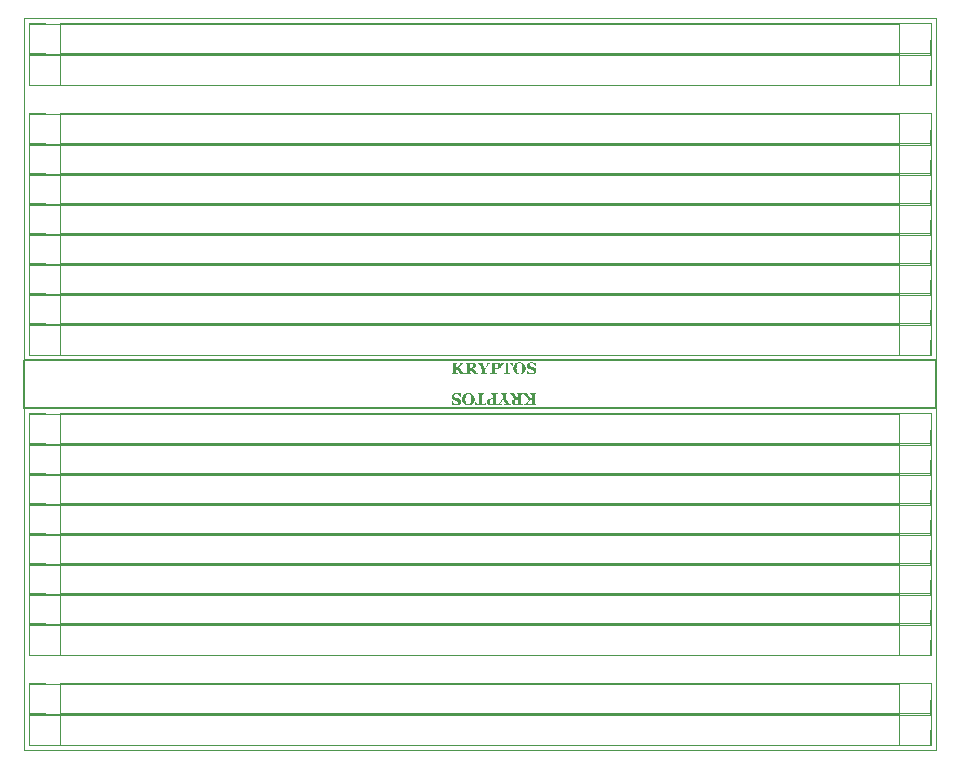
<source format=gbr>
%TF.GenerationSoftware,KiCad,Pcbnew,8.0.1*%
%TF.CreationDate,2024-04-20T18:08:00+02:00*%
%TF.ProjectId,proto_board_V3,70726f74-6f5f-4626-9f61-72645f56332e,rev?*%
%TF.SameCoordinates,Original*%
%TF.FileFunction,Legend,Top*%
%TF.FilePolarity,Positive*%
%FSLAX46Y46*%
G04 Gerber Fmt 4.6, Leading zero omitted, Abs format (unit mm)*
G04 Created by KiCad (PCBNEW 8.0.1) date 2024-04-20 18:08:00*
%MOMM*%
%LPD*%
G01*
G04 APERTURE LIST*
%ADD10C,0.250000*%
%ADD11C,0.100000*%
%ADD12C,0.200000*%
%ADD13C,0.120000*%
G04 APERTURE END LIST*
D10*
G36*
X88847362Y-79450000D02*
G01*
X89233510Y-79450000D01*
X89265607Y-79498380D01*
X89296501Y-79543686D01*
X89326194Y-79585918D01*
X89359316Y-79631303D01*
X89390802Y-79672505D01*
X89423340Y-79713800D01*
X89454206Y-79752674D01*
X89487820Y-79794760D01*
X89524182Y-79840058D01*
X89556582Y-79880259D01*
X89570076Y-79896964D01*
X89605736Y-79896964D01*
X89605736Y-79592637D01*
X89596943Y-79550872D01*
X89561284Y-79522295D01*
X89524403Y-79511304D01*
X89476043Y-79503244D01*
X89476043Y-79450000D01*
X89994082Y-79450000D01*
X89994082Y-79503244D01*
X89943676Y-79507230D01*
X89941570Y-79507397D01*
X89893698Y-79515457D01*
X89859504Y-79542079D01*
X89849734Y-79585310D01*
X89849734Y-80272365D01*
X89858039Y-80312665D01*
X89893698Y-80341974D01*
X89941483Y-80356829D01*
X89945233Y-80357606D01*
X89994082Y-80365910D01*
X89994082Y-80419155D01*
X89458946Y-80419155D01*
X89458946Y-80365910D01*
X89508139Y-80360291D01*
X89509993Y-80360048D01*
X89558564Y-80350174D01*
X89561284Y-80349302D01*
X89596943Y-80321214D01*
X89605736Y-80278715D01*
X89605736Y-79950209D01*
X89576915Y-79950209D01*
X89538034Y-79986130D01*
X89499032Y-80022843D01*
X89460952Y-80059188D01*
X89452107Y-80067690D01*
X89414422Y-80104344D01*
X89378578Y-80140494D01*
X89343939Y-80177514D01*
X89341465Y-80180286D01*
X89307147Y-80219402D01*
X89275519Y-80257817D01*
X89260865Y-80277250D01*
X89237503Y-80321780D01*
X89234975Y-80339043D01*
X89259644Y-80356873D01*
X89308605Y-80364109D01*
X89335115Y-80365910D01*
X89335115Y-80419155D01*
X88911353Y-80419155D01*
X88911353Y-80365910D01*
X88961332Y-80358873D01*
X89009206Y-80348169D01*
X89040558Y-80338066D01*
X89086105Y-80316087D01*
X89128064Y-80286553D01*
X89144117Y-80272854D01*
X89183442Y-80237386D01*
X89222377Y-80201151D01*
X89259421Y-80165148D01*
X89265505Y-80159036D01*
X89301482Y-80122753D01*
X89339797Y-80084209D01*
X89374297Y-80049561D01*
X89388115Y-80035694D01*
X89353479Y-79993516D01*
X89320442Y-79952929D01*
X89284857Y-79908906D01*
X89252328Y-79868437D01*
X89229602Y-79840055D01*
X89194823Y-79796930D01*
X89160096Y-79754200D01*
X89125420Y-79711865D01*
X89090795Y-79669925D01*
X89056223Y-79628380D01*
X89044710Y-79614619D01*
X89011095Y-79578806D01*
X88991221Y-79560886D01*
X88950882Y-79532741D01*
X88924298Y-79519609D01*
X88885219Y-79507885D01*
X88847362Y-79503244D01*
X88847362Y-79450000D01*
G37*
G36*
X88133633Y-79494704D02*
G01*
X88161537Y-79536462D01*
X88192913Y-79582684D01*
X88221987Y-79624665D01*
X88252999Y-79668280D01*
X88265331Y-79685205D01*
X88294930Y-79724864D01*
X88327521Y-79767117D01*
X88363104Y-79811965D01*
X88395986Y-79852471D01*
X88425066Y-79887683D01*
X88462679Y-79887683D01*
X88462679Y-79592882D01*
X88453642Y-79551116D01*
X88418227Y-79522295D01*
X88377194Y-79511060D01*
X88329567Y-79503244D01*
X88329567Y-79450000D01*
X88849560Y-79450000D01*
X88849560Y-79503244D01*
X88799066Y-79508635D01*
X88797048Y-79508862D01*
X88750642Y-79518387D01*
X88715715Y-79545743D01*
X88706678Y-79588729D01*
X88706678Y-80272365D01*
X88714249Y-80313398D01*
X88750642Y-80341974D01*
X88798941Y-80356099D01*
X88802665Y-80356873D01*
X88849560Y-80365910D01*
X88849560Y-80419155D01*
X88302700Y-80419155D01*
X88247538Y-80417760D01*
X88196693Y-80413574D01*
X88141378Y-80404867D01*
X88092279Y-80392141D01*
X88042855Y-80372216D01*
X88024263Y-80362002D01*
X87982589Y-80329869D01*
X87952822Y-80290378D01*
X87934962Y-80243529D01*
X87929009Y-80189323D01*
X87930690Y-80169783D01*
X88198408Y-80169783D01*
X88202736Y-80220309D01*
X88219780Y-80270781D01*
X88253119Y-80311688D01*
X88296048Y-80337275D01*
X88344591Y-80351319D01*
X88396030Y-80356453D01*
X88408457Y-80356629D01*
X88462679Y-80356629D01*
X88462679Y-79950209D01*
X88410655Y-79950209D01*
X88357390Y-79954363D01*
X88306681Y-79968721D01*
X88261205Y-79996362D01*
X88254096Y-80002721D01*
X88222391Y-80046264D01*
X88206239Y-80092709D01*
X88199279Y-80142168D01*
X88198408Y-80169783D01*
X87930690Y-80169783D01*
X87933665Y-80135201D01*
X87947633Y-80087416D01*
X87974075Y-80041754D01*
X87987871Y-80025680D01*
X88025713Y-79993046D01*
X88067524Y-79967607D01*
X88117029Y-79945526D01*
X88166657Y-79928960D01*
X88135998Y-79889547D01*
X88105835Y-79850894D01*
X88073238Y-79809227D01*
X88057969Y-79789741D01*
X88026507Y-79749960D01*
X87994405Y-79709752D01*
X87961661Y-79669116D01*
X87928276Y-79628053D01*
X87895704Y-79590099D01*
X87870390Y-79562840D01*
X87833686Y-79530369D01*
X87805422Y-79515457D01*
X87765366Y-79507397D01*
X87730439Y-79503244D01*
X87730439Y-79450000D01*
X88104131Y-79450000D01*
X88133633Y-79494704D01*
G37*
G36*
X86704863Y-80365910D02*
G01*
X86750293Y-80356873D01*
X86789371Y-80340020D01*
X86829992Y-80310253D01*
X86841884Y-80298011D01*
X86872990Y-80259977D01*
X86886824Y-80240858D01*
X86915189Y-80199284D01*
X86944412Y-80155468D01*
X86971447Y-80114117D01*
X86980614Y-80099930D01*
X87008905Y-80055848D01*
X87035187Y-80014621D01*
X87062539Y-79971470D01*
X87087348Y-79932135D01*
X87113270Y-79889497D01*
X87133754Y-79842986D01*
X87140666Y-79793716D01*
X87142294Y-79740253D01*
X87142302Y-79735519D01*
X87142302Y-79598255D01*
X87133021Y-79555024D01*
X87097850Y-79524982D01*
X87048269Y-79512526D01*
X86999972Y-79504017D01*
X86992581Y-79503244D01*
X86992581Y-79450000D01*
X87536022Y-79450000D01*
X87536022Y-79503244D01*
X87485246Y-79508139D01*
X87480823Y-79508618D01*
X87432151Y-79517691D01*
X87430265Y-79518387D01*
X87395582Y-79547208D01*
X87386301Y-79591416D01*
X87386301Y-79762142D01*
X87387034Y-79801709D01*
X87391674Y-79830530D01*
X87408283Y-79863503D01*
X87432935Y-79906058D01*
X87438569Y-79915771D01*
X87464749Y-79961322D01*
X87490532Y-80005652D01*
X87515918Y-80048761D01*
X87540907Y-80090648D01*
X87568292Y-80136293D01*
X87594943Y-80180353D01*
X87620859Y-80222829D01*
X87634940Y-80245743D01*
X87664345Y-80286940D01*
X87682079Y-80306071D01*
X87721223Y-80337735D01*
X87730439Y-80343440D01*
X87775380Y-80359071D01*
X87823251Y-80365910D01*
X87823251Y-80419155D01*
X87264668Y-80419155D01*
X87264668Y-80365910D01*
X87315329Y-80363517D01*
X87364917Y-80356451D01*
X87368471Y-80355408D01*
X87395094Y-80331716D01*
X87385324Y-80301674D01*
X87362980Y-80256629D01*
X87349909Y-80232065D01*
X87325278Y-80186765D01*
X87300154Y-80142185D01*
X87281521Y-80109699D01*
X87254793Y-80063885D01*
X87228601Y-80019593D01*
X87200120Y-79971943D01*
X87173321Y-79927494D01*
X87141989Y-79976969D01*
X87113207Y-80022566D01*
X87086974Y-80064286D01*
X87057767Y-80110983D01*
X87027977Y-80159022D01*
X87000472Y-80204042D01*
X86994047Y-80214724D01*
X86968287Y-80259532D01*
X86946916Y-80305526D01*
X86945198Y-80314619D01*
X86973775Y-80350034D01*
X87023234Y-80362075D01*
X87066099Y-80365910D01*
X87066099Y-80419155D01*
X86704863Y-80419155D01*
X86704863Y-80365910D01*
G37*
G36*
X86709993Y-79503244D02*
G01*
X86661063Y-79508411D01*
X86656992Y-79508862D01*
X86611074Y-79518387D01*
X86575659Y-79544766D01*
X86567110Y-79588729D01*
X86567110Y-80272365D01*
X86575415Y-80313642D01*
X86611074Y-80342707D01*
X86658415Y-80356532D01*
X86662365Y-80357362D01*
X86709993Y-80365910D01*
X86709993Y-80419155D01*
X86172170Y-80419155D01*
X86115431Y-80417706D01*
X86063367Y-80413359D01*
X86007062Y-80404317D01*
X85957488Y-80391102D01*
X85908160Y-80370411D01*
X85889825Y-80359804D01*
X85848899Y-80326328D01*
X85819666Y-80285005D01*
X85802127Y-80235836D01*
X85796371Y-80186376D01*
X85796280Y-80178820D01*
X85798987Y-80143161D01*
X86064214Y-80143161D01*
X86066993Y-80193887D01*
X86076760Y-80242597D01*
X86098248Y-80290115D01*
X86108667Y-80304117D01*
X86151543Y-80336116D01*
X86202123Y-80351501D01*
X86252307Y-80356424D01*
X86266203Y-80356629D01*
X86323112Y-80356629D01*
X86323112Y-79934577D01*
X86294291Y-79934577D01*
X86241367Y-79937768D01*
X86189892Y-79948984D01*
X86142713Y-79970918D01*
X86123077Y-79985624D01*
X86089564Y-80027380D01*
X86071170Y-80076610D01*
X86064444Y-80130095D01*
X86064214Y-80143161D01*
X85798987Y-80143161D01*
X85800321Y-80125588D01*
X85812442Y-80077724D01*
X85830474Y-80038869D01*
X85859543Y-79998145D01*
X85895824Y-79963535D01*
X85924019Y-79943859D01*
X85968719Y-79920285D01*
X86017517Y-79901617D01*
X86065436Y-79888904D01*
X86116827Y-79880017D01*
X86166383Y-79874833D01*
X86219068Y-79872314D01*
X86243489Y-79872051D01*
X86323112Y-79872051D01*
X86323112Y-79596057D01*
X86314075Y-79552581D01*
X86278660Y-79523272D01*
X86233963Y-79511304D01*
X86184390Y-79503505D01*
X86181695Y-79503244D01*
X86181695Y-79450000D01*
X86709993Y-79450000D01*
X86709993Y-79503244D01*
G37*
G36*
X84822972Y-80137787D02*
G01*
X84875973Y-80137787D01*
X84895551Y-80186136D01*
X84919893Y-80232688D01*
X84944361Y-80272365D01*
X84975764Y-80313911D01*
X85015889Y-80345357D01*
X85031067Y-80349790D01*
X85081514Y-80354184D01*
X85085533Y-80354431D01*
X85135035Y-80356595D01*
X85140976Y-80356629D01*
X85173461Y-80356629D01*
X85173461Y-79598011D01*
X85164424Y-79554535D01*
X85129497Y-79524982D01*
X85080404Y-79512281D01*
X85031067Y-79504173D01*
X85023496Y-79503244D01*
X85023496Y-79450000D01*
X85566936Y-79450000D01*
X85566936Y-79503244D01*
X85517638Y-79508190D01*
X85511004Y-79508862D01*
X85462743Y-79517809D01*
X85461912Y-79518143D01*
X85426252Y-79547452D01*
X85417215Y-79591172D01*
X85417215Y-80356629D01*
X85449455Y-80356629D01*
X85499175Y-80354824D01*
X85505143Y-80354431D01*
X85555153Y-80350287D01*
X85559364Y-80349790D01*
X85603732Y-80325141D01*
X85637541Y-80285247D01*
X85646315Y-80272365D01*
X85673248Y-80228368D01*
X85697035Y-80182010D01*
X85714703Y-80137787D01*
X85767459Y-80137787D01*
X85767459Y-80419155D01*
X84822972Y-80419155D01*
X84822972Y-80137787D01*
G37*
G36*
X84299316Y-79420935D02*
G01*
X84350362Y-79427529D01*
X84399944Y-79438520D01*
X84448060Y-79453907D01*
X84494038Y-79473477D01*
X84537208Y-79497016D01*
X84582417Y-79528242D01*
X84615122Y-79556001D01*
X84652920Y-79595042D01*
X84686082Y-79638527D01*
X84711666Y-79680911D01*
X84728450Y-79715003D01*
X84746723Y-79763226D01*
X84759774Y-79814105D01*
X84767605Y-79867640D01*
X84770175Y-79916661D01*
X84770216Y-79923831D01*
X84768264Y-79975222D01*
X84762409Y-80024462D01*
X84750937Y-80078104D01*
X84734367Y-80128937D01*
X84729427Y-80141207D01*
X84707110Y-80188300D01*
X84680945Y-80231882D01*
X84650934Y-80271953D01*
X84617076Y-80308513D01*
X84580012Y-80340631D01*
X84539651Y-80368841D01*
X84495992Y-80393143D01*
X84449036Y-80413538D01*
X84399638Y-80429673D01*
X84348653Y-80441198D01*
X84296079Y-80448113D01*
X84241919Y-80450418D01*
X84188170Y-80448174D01*
X84136100Y-80441442D01*
X84085710Y-80430222D01*
X84036999Y-80414515D01*
X83990730Y-80394899D01*
X83947667Y-80371711D01*
X83903053Y-80341355D01*
X83871158Y-80314619D01*
X83836888Y-80279799D01*
X83806372Y-80241530D01*
X83779613Y-80199810D01*
X83756608Y-80154640D01*
X83738122Y-80106219D01*
X83724918Y-80054501D01*
X83716995Y-79999485D01*
X83714395Y-79948641D01*
X83714354Y-79941172D01*
X83714561Y-79936287D01*
X83989127Y-79936287D01*
X83990320Y-79989109D01*
X83993898Y-80041025D01*
X83999861Y-80092035D01*
X84001339Y-80102128D01*
X84010465Y-80150786D01*
X84024305Y-80200342D01*
X84042128Y-80245743D01*
X84067006Y-80289351D01*
X84100082Y-80328765D01*
X84120530Y-80346615D01*
X84164012Y-80371284D01*
X84215474Y-80383377D01*
X84241919Y-80384717D01*
X84293540Y-80379037D01*
X84339412Y-80361997D01*
X84379533Y-80333596D01*
X84413904Y-80293836D01*
X84430963Y-80266015D01*
X84452876Y-80218058D01*
X84470255Y-80163215D01*
X84481275Y-80112252D01*
X84489146Y-80056507D01*
X84493868Y-79995979D01*
X84495380Y-79944114D01*
X84495443Y-79930669D01*
X84494341Y-79879804D01*
X84491038Y-79830523D01*
X84484784Y-79777625D01*
X84481521Y-79757013D01*
X84471093Y-79708054D01*
X84455985Y-79658884D01*
X84437069Y-79614619D01*
X84411652Y-79572155D01*
X84378846Y-79534912D01*
X84358911Y-79518632D01*
X84313196Y-79495257D01*
X84263129Y-79485273D01*
X84241919Y-79484438D01*
X84189935Y-79490121D01*
X84141075Y-79508955D01*
X84125415Y-79518876D01*
X84086506Y-79554132D01*
X84057241Y-79595660D01*
X84047745Y-79613886D01*
X84028469Y-79659143D01*
X84013291Y-79708266D01*
X84003049Y-79756280D01*
X83995707Y-79808072D01*
X83991425Y-79858151D01*
X83989345Y-79911515D01*
X83989127Y-79936287D01*
X83714561Y-79936287D01*
X83716598Y-79888339D01*
X83723330Y-79836819D01*
X83734550Y-79786612D01*
X83750258Y-79737718D01*
X83770072Y-79691159D01*
X83793855Y-79647958D01*
X83825355Y-79603372D01*
X83853328Y-79571632D01*
X83890178Y-79537484D01*
X83930143Y-79507336D01*
X83973221Y-79481186D01*
X84019413Y-79459036D01*
X84069437Y-79441405D01*
X84124010Y-79428811D01*
X84175493Y-79421924D01*
X84230459Y-79418894D01*
X84246803Y-79418736D01*
X84299316Y-79420935D01*
G37*
G36*
X83215854Y-79418736D02*
G01*
X83265191Y-79420533D01*
X83317789Y-79426744D01*
X83368050Y-79437392D01*
X83382672Y-79441451D01*
X83432934Y-79458077D01*
X83481380Y-79478519D01*
X83513342Y-79495429D01*
X83560725Y-79450000D01*
X83619099Y-79450000D01*
X83628136Y-79793893D01*
X83569030Y-79793893D01*
X83548014Y-79746635D01*
X83523944Y-79700299D01*
X83518227Y-79690090D01*
X83491452Y-79647573D01*
X83461533Y-79608925D01*
X83446664Y-79592393D01*
X83411077Y-79558462D01*
X83369055Y-79528141D01*
X83353119Y-79518876D01*
X83304279Y-79499508D01*
X83252983Y-79491236D01*
X83231730Y-79490544D01*
X83182687Y-79494118D01*
X83132087Y-79508194D01*
X83088604Y-79535729D01*
X83056344Y-79576510D01*
X83040530Y-79625030D01*
X83038778Y-79650034D01*
X83048063Y-79699644D01*
X83075916Y-79741311D01*
X83081032Y-79746266D01*
X83123023Y-79776244D01*
X83170517Y-79798839D01*
X83211946Y-79813677D01*
X83260606Y-79829405D01*
X83308799Y-79845115D01*
X83317948Y-79848115D01*
X83364904Y-79864174D01*
X83409050Y-79880600D01*
X83454999Y-79902368D01*
X83499173Y-79931893D01*
X83535387Y-79966751D01*
X83555108Y-79992951D01*
X83580224Y-80040312D01*
X83596037Y-80091106D01*
X83602316Y-80139758D01*
X83602735Y-80156594D01*
X83598013Y-80205761D01*
X83583848Y-80253246D01*
X83578066Y-80266503D01*
X83551967Y-80310655D01*
X83520029Y-80348053D01*
X83505771Y-80361514D01*
X83464825Y-80391045D01*
X83419516Y-80414012D01*
X83389755Y-80425505D01*
X83339616Y-80439689D01*
X83286591Y-80447985D01*
X83235882Y-80450418D01*
X83186228Y-80448319D01*
X83133976Y-80441162D01*
X83084207Y-80428925D01*
X83035344Y-80412919D01*
X82989102Y-80394073D01*
X82972833Y-80385938D01*
X82930823Y-80419155D01*
X82871228Y-80419155D01*
X82865610Y-80090893D01*
X82924717Y-80090893D01*
X82944071Y-80138804D01*
X82964555Y-80184131D01*
X82973077Y-80201779D01*
X82996224Y-80244833D01*
X83024234Y-80286596D01*
X83031939Y-80296301D01*
X83068210Y-80332510D01*
X83109609Y-80360537D01*
X83157297Y-80378672D01*
X83208771Y-80384693D01*
X83212435Y-80384717D01*
X83264310Y-80378638D01*
X83311903Y-80358331D01*
X83333824Y-80341486D01*
X83364186Y-80303173D01*
X83379573Y-80254340D01*
X83380718Y-80234996D01*
X83371756Y-80184710D01*
X83344869Y-80143763D01*
X83339930Y-80139009D01*
X83299211Y-80110296D01*
X83252918Y-80088267D01*
X83212435Y-80073551D01*
X83164378Y-80057294D01*
X83115463Y-80041037D01*
X83108876Y-80038869D01*
X83061764Y-80023109D01*
X83014598Y-80005896D01*
X82967872Y-79984754D01*
X82922420Y-79956553D01*
X82884504Y-79923677D01*
X82863412Y-79899162D01*
X82835978Y-79853529D01*
X82819974Y-79806993D01*
X82812201Y-79755280D01*
X82811388Y-79730635D01*
X82816266Y-79679723D01*
X82830898Y-79630183D01*
X82840942Y-79607780D01*
X82868340Y-79562863D01*
X82902510Y-79524557D01*
X82920565Y-79509106D01*
X82964219Y-79479316D01*
X83008521Y-79456957D01*
X83047815Y-79442184D01*
X83095185Y-79429819D01*
X83147230Y-79422034D01*
X83198067Y-79418942D01*
X83215854Y-79418736D01*
G37*
G36*
X83962637Y-77810000D02*
G01*
X83576489Y-77810000D01*
X83544392Y-77761619D01*
X83513498Y-77716313D01*
X83483805Y-77674081D01*
X83450683Y-77628696D01*
X83419197Y-77587494D01*
X83386659Y-77546199D01*
X83355793Y-77507325D01*
X83322179Y-77465239D01*
X83285817Y-77419941D01*
X83253417Y-77379740D01*
X83239923Y-77363035D01*
X83204263Y-77363035D01*
X83204263Y-77667362D01*
X83213056Y-77709127D01*
X83248715Y-77737704D01*
X83285596Y-77748695D01*
X83333956Y-77756755D01*
X83333956Y-77810000D01*
X82815917Y-77810000D01*
X82815917Y-77756755D01*
X82866323Y-77752769D01*
X82868429Y-77752602D01*
X82916301Y-77744542D01*
X82950495Y-77717920D01*
X82960265Y-77674689D01*
X82960265Y-76987634D01*
X82951960Y-76947334D01*
X82916301Y-76918025D01*
X82868516Y-76903170D01*
X82864766Y-76902393D01*
X82815917Y-76894089D01*
X82815917Y-76840844D01*
X83351053Y-76840844D01*
X83351053Y-76894089D01*
X83301860Y-76899708D01*
X83300006Y-76899951D01*
X83251435Y-76909825D01*
X83248715Y-76910697D01*
X83213056Y-76938785D01*
X83204263Y-76981284D01*
X83204263Y-77309790D01*
X83233084Y-77309790D01*
X83271965Y-77273869D01*
X83310967Y-77237156D01*
X83349047Y-77200811D01*
X83357892Y-77192309D01*
X83395577Y-77155655D01*
X83431421Y-77119505D01*
X83466060Y-77082485D01*
X83468534Y-77079713D01*
X83502852Y-77040597D01*
X83534480Y-77002182D01*
X83549134Y-76982749D01*
X83572496Y-76938219D01*
X83575024Y-76920956D01*
X83550355Y-76903126D01*
X83501394Y-76895890D01*
X83474884Y-76894089D01*
X83474884Y-76840844D01*
X83898646Y-76840844D01*
X83898646Y-76894089D01*
X83848667Y-76901126D01*
X83800793Y-76911830D01*
X83769441Y-76921933D01*
X83723894Y-76943912D01*
X83681935Y-76973446D01*
X83665882Y-76987145D01*
X83626557Y-77022613D01*
X83587622Y-77058848D01*
X83550578Y-77094851D01*
X83544494Y-77100963D01*
X83508517Y-77137246D01*
X83470202Y-77175790D01*
X83435702Y-77210438D01*
X83421884Y-77224305D01*
X83456520Y-77266483D01*
X83489557Y-77307070D01*
X83525142Y-77351093D01*
X83557671Y-77391562D01*
X83580397Y-77419944D01*
X83615176Y-77463069D01*
X83649903Y-77505799D01*
X83684579Y-77548134D01*
X83719204Y-77590074D01*
X83753776Y-77631619D01*
X83765289Y-77645380D01*
X83798904Y-77681193D01*
X83818778Y-77699113D01*
X83859117Y-77727258D01*
X83885701Y-77740390D01*
X83924780Y-77752114D01*
X83962637Y-77756755D01*
X83962637Y-77810000D01*
G37*
G36*
X84562461Y-76842239D02*
G01*
X84613306Y-76846425D01*
X84668621Y-76855132D01*
X84717720Y-76867858D01*
X84767144Y-76887783D01*
X84785736Y-76897997D01*
X84827410Y-76930130D01*
X84857177Y-76969621D01*
X84875037Y-77016470D01*
X84880990Y-77070676D01*
X84876334Y-77124798D01*
X84862366Y-77172583D01*
X84835924Y-77218245D01*
X84822128Y-77234319D01*
X84784286Y-77266953D01*
X84742475Y-77292392D01*
X84692970Y-77314473D01*
X84643342Y-77331039D01*
X84674001Y-77370452D01*
X84704164Y-77409105D01*
X84736761Y-77450772D01*
X84752030Y-77470258D01*
X84783492Y-77510039D01*
X84815594Y-77550247D01*
X84848338Y-77590883D01*
X84881723Y-77631946D01*
X84914295Y-77669900D01*
X84939609Y-77697159D01*
X84976313Y-77729630D01*
X85004577Y-77744542D01*
X85044633Y-77752602D01*
X85079560Y-77756755D01*
X85079560Y-77810000D01*
X84705868Y-77810000D01*
X84676366Y-77765295D01*
X84648462Y-77723537D01*
X84617086Y-77677315D01*
X84588012Y-77635334D01*
X84557000Y-77591719D01*
X84544668Y-77574794D01*
X84515069Y-77535135D01*
X84482478Y-77492882D01*
X84446895Y-77448034D01*
X84414013Y-77407528D01*
X84384933Y-77372316D01*
X84347320Y-77372316D01*
X84347320Y-77667117D01*
X84356357Y-77708883D01*
X84391772Y-77737704D01*
X84432805Y-77748939D01*
X84480432Y-77756755D01*
X84480432Y-77810000D01*
X83960439Y-77810000D01*
X83960439Y-77756755D01*
X84010933Y-77751364D01*
X84012951Y-77751137D01*
X84059357Y-77741612D01*
X84094284Y-77714256D01*
X84103321Y-77671270D01*
X84103321Y-76987634D01*
X84095750Y-76946601D01*
X84059357Y-76918025D01*
X84011058Y-76903900D01*
X84008508Y-76903370D01*
X84347320Y-76903370D01*
X84347320Y-77309790D01*
X84399344Y-77309790D01*
X84452609Y-77305636D01*
X84503318Y-77291278D01*
X84548794Y-77263637D01*
X84555903Y-77257278D01*
X84587608Y-77213735D01*
X84603760Y-77167290D01*
X84610720Y-77117831D01*
X84611591Y-77090216D01*
X84607263Y-77039690D01*
X84590219Y-76989218D01*
X84556880Y-76948311D01*
X84513951Y-76922724D01*
X84465408Y-76908680D01*
X84413969Y-76903546D01*
X84401542Y-76903370D01*
X84347320Y-76903370D01*
X84008508Y-76903370D01*
X84007334Y-76903126D01*
X83960439Y-76894089D01*
X83960439Y-76840844D01*
X84507299Y-76840844D01*
X84562461Y-76842239D01*
G37*
G36*
X86105136Y-76894089D02*
G01*
X86059706Y-76903126D01*
X86020628Y-76919979D01*
X85980007Y-76949746D01*
X85968115Y-76961988D01*
X85937009Y-77000022D01*
X85923175Y-77019141D01*
X85894810Y-77060715D01*
X85865587Y-77104531D01*
X85838552Y-77145882D01*
X85829385Y-77160069D01*
X85801094Y-77204151D01*
X85774812Y-77245378D01*
X85747460Y-77288529D01*
X85722651Y-77327864D01*
X85696729Y-77370502D01*
X85676245Y-77417013D01*
X85669333Y-77466283D01*
X85667705Y-77519746D01*
X85667697Y-77524480D01*
X85667697Y-77661744D01*
X85676978Y-77704975D01*
X85712149Y-77735017D01*
X85761730Y-77747473D01*
X85810027Y-77755982D01*
X85817418Y-77756755D01*
X85817418Y-77810000D01*
X85273977Y-77810000D01*
X85273977Y-77756755D01*
X85324753Y-77751860D01*
X85329176Y-77751381D01*
X85377848Y-77742308D01*
X85379734Y-77741612D01*
X85414417Y-77712791D01*
X85423698Y-77668583D01*
X85423698Y-77497857D01*
X85422965Y-77458290D01*
X85418325Y-77429469D01*
X85401716Y-77396496D01*
X85377064Y-77353941D01*
X85371430Y-77344228D01*
X85345250Y-77298677D01*
X85319467Y-77254347D01*
X85294081Y-77211238D01*
X85269092Y-77169351D01*
X85241707Y-77123706D01*
X85215056Y-77079646D01*
X85189140Y-77037170D01*
X85175059Y-77014256D01*
X85145654Y-76973059D01*
X85127920Y-76953928D01*
X85088776Y-76922264D01*
X85079560Y-76916559D01*
X85034619Y-76900928D01*
X84986748Y-76894089D01*
X84986748Y-76840844D01*
X85545331Y-76840844D01*
X85545331Y-76894089D01*
X85494670Y-76896482D01*
X85445082Y-76903548D01*
X85441528Y-76904591D01*
X85414905Y-76928283D01*
X85424675Y-76958325D01*
X85447019Y-77003370D01*
X85460090Y-77027934D01*
X85484721Y-77073234D01*
X85509845Y-77117814D01*
X85528478Y-77150300D01*
X85555206Y-77196114D01*
X85581398Y-77240406D01*
X85609879Y-77288056D01*
X85636678Y-77332505D01*
X85668010Y-77283030D01*
X85696792Y-77237433D01*
X85723025Y-77195713D01*
X85752232Y-77149016D01*
X85782022Y-77100977D01*
X85809527Y-77055957D01*
X85815952Y-77045275D01*
X85841712Y-77000467D01*
X85863083Y-76954473D01*
X85864801Y-76945380D01*
X85836224Y-76909965D01*
X85786765Y-76897924D01*
X85743900Y-76894089D01*
X85743900Y-76840844D01*
X86105136Y-76840844D01*
X86105136Y-76894089D01*
G37*
G36*
X86694568Y-76842293D02*
G01*
X86746632Y-76846640D01*
X86802937Y-76855682D01*
X86852511Y-76868897D01*
X86901839Y-76889588D01*
X86920174Y-76900195D01*
X86961100Y-76933671D01*
X86990333Y-76974994D01*
X87007872Y-77024163D01*
X87013628Y-77073623D01*
X87013719Y-77081179D01*
X87009678Y-77134411D01*
X86997557Y-77182275D01*
X86979525Y-77221130D01*
X86950456Y-77261854D01*
X86914175Y-77296464D01*
X86885980Y-77316140D01*
X86841280Y-77339714D01*
X86792482Y-77358382D01*
X86744563Y-77371095D01*
X86693172Y-77379982D01*
X86643616Y-77385166D01*
X86590931Y-77387685D01*
X86566510Y-77387948D01*
X86486887Y-77387948D01*
X86486887Y-77663942D01*
X86495924Y-77707418D01*
X86531339Y-77736727D01*
X86576036Y-77748695D01*
X86625609Y-77756494D01*
X86628304Y-77756755D01*
X86628304Y-77810000D01*
X86100006Y-77810000D01*
X86100006Y-77756755D01*
X86148936Y-77751588D01*
X86153007Y-77751137D01*
X86198925Y-77741612D01*
X86234340Y-77715233D01*
X86242889Y-77671270D01*
X86242889Y-76987634D01*
X86234584Y-76946357D01*
X86198925Y-76917292D01*
X86151584Y-76903467D01*
X86151122Y-76903370D01*
X86486887Y-76903370D01*
X86486887Y-77325422D01*
X86515708Y-77325422D01*
X86568632Y-77322231D01*
X86620107Y-77311015D01*
X86667286Y-77289081D01*
X86686922Y-77274375D01*
X86720435Y-77232619D01*
X86738829Y-77183389D01*
X86745555Y-77129904D01*
X86745785Y-77116838D01*
X86743006Y-77066112D01*
X86733239Y-77017402D01*
X86711751Y-76969884D01*
X86701332Y-76955882D01*
X86658456Y-76923883D01*
X86607876Y-76908498D01*
X86557692Y-76903575D01*
X86543796Y-76903370D01*
X86486887Y-76903370D01*
X86151122Y-76903370D01*
X86147634Y-76902637D01*
X86100006Y-76894089D01*
X86100006Y-76840844D01*
X86637829Y-76840844D01*
X86694568Y-76842293D01*
G37*
G36*
X87987027Y-77122212D02*
G01*
X87934026Y-77122212D01*
X87914448Y-77073863D01*
X87890106Y-77027311D01*
X87865638Y-76987634D01*
X87834235Y-76946088D01*
X87794110Y-76914642D01*
X87778932Y-76910209D01*
X87728485Y-76905815D01*
X87724466Y-76905568D01*
X87674964Y-76903404D01*
X87669023Y-76903370D01*
X87636538Y-76903370D01*
X87636538Y-77661988D01*
X87645575Y-77705464D01*
X87680502Y-77735017D01*
X87729595Y-77747718D01*
X87778932Y-77755826D01*
X87786503Y-77756755D01*
X87786503Y-77810000D01*
X87243063Y-77810000D01*
X87243063Y-77756755D01*
X87292361Y-77751809D01*
X87298995Y-77751137D01*
X87347256Y-77742190D01*
X87348087Y-77741856D01*
X87383747Y-77712547D01*
X87392784Y-77668827D01*
X87392784Y-76903370D01*
X87360544Y-76903370D01*
X87310824Y-76905175D01*
X87304856Y-76905568D01*
X87254846Y-76909712D01*
X87250635Y-76910209D01*
X87206267Y-76934858D01*
X87172458Y-76974752D01*
X87163684Y-76987634D01*
X87136751Y-77031631D01*
X87112964Y-77077989D01*
X87095296Y-77122212D01*
X87042540Y-77122212D01*
X87042540Y-76840844D01*
X87987027Y-76840844D01*
X87987027Y-77122212D01*
G37*
G36*
X88621829Y-76811825D02*
G01*
X88673899Y-76818557D01*
X88724289Y-76829777D01*
X88773000Y-76845484D01*
X88819269Y-76865100D01*
X88862332Y-76888288D01*
X88906946Y-76918644D01*
X88938841Y-76945380D01*
X88973111Y-76980200D01*
X89003627Y-77018469D01*
X89030386Y-77060189D01*
X89053391Y-77105359D01*
X89071877Y-77153780D01*
X89085081Y-77205498D01*
X89093004Y-77260514D01*
X89095604Y-77311358D01*
X89095645Y-77318827D01*
X89093401Y-77371660D01*
X89086669Y-77423180D01*
X89075449Y-77473387D01*
X89059741Y-77522281D01*
X89039927Y-77568840D01*
X89016144Y-77612041D01*
X88984644Y-77656627D01*
X88956671Y-77688367D01*
X88919821Y-77722515D01*
X88879856Y-77752663D01*
X88836778Y-77778813D01*
X88790586Y-77800963D01*
X88740562Y-77818594D01*
X88685989Y-77831188D01*
X88634506Y-77838075D01*
X88579540Y-77841105D01*
X88563196Y-77841263D01*
X88510683Y-77839064D01*
X88459637Y-77832470D01*
X88410055Y-77821479D01*
X88361939Y-77806092D01*
X88315961Y-77786522D01*
X88272791Y-77762983D01*
X88227582Y-77731757D01*
X88194877Y-77703998D01*
X88157079Y-77664957D01*
X88123917Y-77621472D01*
X88098333Y-77579088D01*
X88081549Y-77544996D01*
X88063276Y-77496773D01*
X88050225Y-77445894D01*
X88042394Y-77392359D01*
X88039824Y-77343338D01*
X88039783Y-77336168D01*
X88040043Y-77329330D01*
X88314556Y-77329330D01*
X88315658Y-77380195D01*
X88318961Y-77429476D01*
X88325215Y-77482374D01*
X88328478Y-77502986D01*
X88338906Y-77551945D01*
X88354014Y-77601115D01*
X88372930Y-77645380D01*
X88398347Y-77687844D01*
X88431153Y-77725087D01*
X88451088Y-77741367D01*
X88496803Y-77764742D01*
X88546870Y-77774726D01*
X88568080Y-77775561D01*
X88620064Y-77769878D01*
X88668924Y-77751044D01*
X88684584Y-77741123D01*
X88723493Y-77705867D01*
X88752758Y-77664339D01*
X88762254Y-77646113D01*
X88781530Y-77600856D01*
X88796708Y-77551733D01*
X88806950Y-77503719D01*
X88814292Y-77451927D01*
X88818574Y-77401848D01*
X88820654Y-77348484D01*
X88820872Y-77323712D01*
X88819679Y-77270890D01*
X88816101Y-77218974D01*
X88810138Y-77167964D01*
X88808660Y-77157871D01*
X88799534Y-77109213D01*
X88785694Y-77059657D01*
X88767871Y-77014256D01*
X88742993Y-76970648D01*
X88709917Y-76931234D01*
X88689469Y-76913384D01*
X88645987Y-76888715D01*
X88594525Y-76876622D01*
X88568080Y-76875282D01*
X88516459Y-76880962D01*
X88470587Y-76898002D01*
X88430466Y-76926403D01*
X88396095Y-76966163D01*
X88379036Y-76993984D01*
X88357123Y-77041941D01*
X88339744Y-77096784D01*
X88328724Y-77147747D01*
X88320853Y-77203492D01*
X88316131Y-77264020D01*
X88314619Y-77315885D01*
X88314556Y-77329330D01*
X88040043Y-77329330D01*
X88041735Y-77284777D01*
X88047590Y-77235537D01*
X88059062Y-77181895D01*
X88075632Y-77131062D01*
X88080572Y-77118792D01*
X88102889Y-77071699D01*
X88129054Y-77028117D01*
X88159065Y-76988046D01*
X88192923Y-76951486D01*
X88229987Y-76919368D01*
X88270348Y-76891158D01*
X88314007Y-76866856D01*
X88360963Y-76846461D01*
X88410361Y-76830326D01*
X88461346Y-76818801D01*
X88513920Y-76811886D01*
X88568080Y-76809581D01*
X88621829Y-76811825D01*
G37*
G36*
X89594145Y-77841263D02*
G01*
X89544808Y-77839466D01*
X89492210Y-77833255D01*
X89441949Y-77822607D01*
X89427327Y-77818548D01*
X89377065Y-77801922D01*
X89328619Y-77781480D01*
X89296657Y-77764570D01*
X89249274Y-77810000D01*
X89190900Y-77810000D01*
X89181863Y-77466106D01*
X89240969Y-77466106D01*
X89261985Y-77513364D01*
X89286055Y-77559700D01*
X89291772Y-77569909D01*
X89318547Y-77612426D01*
X89348466Y-77651074D01*
X89363335Y-77667606D01*
X89398922Y-77701537D01*
X89440944Y-77731858D01*
X89456880Y-77741123D01*
X89505720Y-77760491D01*
X89557016Y-77768763D01*
X89578269Y-77769455D01*
X89627312Y-77765881D01*
X89677912Y-77751805D01*
X89721395Y-77724270D01*
X89753655Y-77683489D01*
X89769469Y-77634969D01*
X89771221Y-77609965D01*
X89761936Y-77560355D01*
X89734083Y-77518688D01*
X89728967Y-77513733D01*
X89686976Y-77483755D01*
X89639482Y-77461160D01*
X89598053Y-77446322D01*
X89549393Y-77430594D01*
X89501200Y-77414884D01*
X89492051Y-77411884D01*
X89445095Y-77395825D01*
X89400949Y-77379399D01*
X89355000Y-77357631D01*
X89310826Y-77328106D01*
X89274612Y-77293248D01*
X89254891Y-77267048D01*
X89229775Y-77219687D01*
X89213962Y-77168893D01*
X89207683Y-77120241D01*
X89207264Y-77103405D01*
X89211986Y-77054238D01*
X89226151Y-77006753D01*
X89231933Y-76993496D01*
X89258032Y-76949344D01*
X89289970Y-76911946D01*
X89304228Y-76898485D01*
X89345174Y-76868954D01*
X89390483Y-76845987D01*
X89420244Y-76834494D01*
X89470383Y-76820310D01*
X89523408Y-76812014D01*
X89574117Y-76809581D01*
X89623771Y-76811680D01*
X89676023Y-76818837D01*
X89725792Y-76831074D01*
X89774655Y-76847080D01*
X89820897Y-76865926D01*
X89837166Y-76874061D01*
X89879176Y-76840844D01*
X89938771Y-76840844D01*
X89944389Y-77169106D01*
X89885282Y-77169106D01*
X89865928Y-77121195D01*
X89845444Y-77075868D01*
X89836922Y-77058220D01*
X89813775Y-77015166D01*
X89785765Y-76973403D01*
X89778060Y-76963698D01*
X89741789Y-76927489D01*
X89700390Y-76899462D01*
X89652702Y-76881327D01*
X89601228Y-76875306D01*
X89597564Y-76875282D01*
X89545689Y-76881361D01*
X89498096Y-76901668D01*
X89476175Y-76918513D01*
X89445813Y-76956826D01*
X89430426Y-77005659D01*
X89429281Y-77025003D01*
X89438243Y-77075289D01*
X89465130Y-77116236D01*
X89470069Y-77120990D01*
X89510788Y-77149703D01*
X89557081Y-77171732D01*
X89597564Y-77186448D01*
X89645621Y-77202705D01*
X89694536Y-77218962D01*
X89701123Y-77221130D01*
X89748235Y-77236890D01*
X89795401Y-77254103D01*
X89842127Y-77275245D01*
X89887579Y-77303446D01*
X89925495Y-77336322D01*
X89946587Y-77360837D01*
X89974021Y-77406470D01*
X89990025Y-77453006D01*
X89997798Y-77504719D01*
X89998611Y-77529364D01*
X89993733Y-77580276D01*
X89979101Y-77629816D01*
X89969057Y-77652219D01*
X89941659Y-77697136D01*
X89907489Y-77735442D01*
X89889434Y-77750893D01*
X89845780Y-77780683D01*
X89801478Y-77803042D01*
X89762184Y-77817815D01*
X89714814Y-77830180D01*
X89662769Y-77837965D01*
X89611932Y-77841057D01*
X89594145Y-77841263D01*
G37*
D11*
X46600000Y-47700000D02*
X123800000Y-47700000D01*
X123800000Y-109650000D01*
X46600000Y-109650000D01*
X46600000Y-47700000D01*
D12*
X46620000Y-76630000D02*
X123810000Y-76630000D01*
X123810000Y-80710000D01*
X46620000Y-80710000D01*
X46620000Y-76630000D01*
D13*
%TO.C,REF\u002A\u002A*%
X47010000Y-50700000D02*
X47010000Y-53360000D01*
X120730000Y-50700000D02*
X47010000Y-50700000D01*
X120730000Y-50700000D02*
X120730000Y-53360000D01*
X120730000Y-53360000D02*
X47010000Y-53360000D01*
X123330000Y-52030000D02*
X123330000Y-53360000D01*
X123330000Y-53360000D02*
X122000000Y-53360000D01*
X47020000Y-96420000D02*
X47020000Y-99080000D01*
X120740000Y-96420000D02*
X47020000Y-96420000D01*
X120740000Y-96420000D02*
X120740000Y-99080000D01*
X120740000Y-99080000D02*
X47020000Y-99080000D01*
X123340000Y-97750000D02*
X123340000Y-99080000D01*
X123340000Y-99080000D02*
X122010000Y-99080000D01*
X47010000Y-60860000D02*
X47010000Y-63520000D01*
X120730000Y-60860000D02*
X47010000Y-60860000D01*
X120730000Y-60860000D02*
X120730000Y-63520000D01*
X120730000Y-63520000D02*
X47010000Y-63520000D01*
X123330000Y-62190000D02*
X123330000Y-63520000D01*
X123330000Y-63520000D02*
X122000000Y-63520000D01*
X47010000Y-73560000D02*
X47010000Y-76220000D01*
X120730000Y-73560000D02*
X47010000Y-73560000D01*
X120730000Y-73560000D02*
X120730000Y-76220000D01*
X120730000Y-76220000D02*
X47010000Y-76220000D01*
X123330000Y-74890000D02*
X123330000Y-76220000D01*
X123330000Y-76220000D02*
X122000000Y-76220000D01*
X47010000Y-68480000D02*
X47010000Y-71140000D01*
X120730000Y-68480000D02*
X47010000Y-68480000D01*
X120730000Y-68480000D02*
X120730000Y-71140000D01*
X120730000Y-71140000D02*
X47010000Y-71140000D01*
X123330000Y-69810000D02*
X123330000Y-71140000D01*
X123330000Y-71140000D02*
X122000000Y-71140000D01*
X47010000Y-63400000D02*
X47010000Y-66060000D01*
X120730000Y-63400000D02*
X47010000Y-63400000D01*
X120730000Y-63400000D02*
X120730000Y-66060000D01*
X120730000Y-66060000D02*
X47010000Y-66060000D01*
X123330000Y-64730000D02*
X123330000Y-66060000D01*
X123330000Y-66060000D02*
X122000000Y-66060000D01*
X47020000Y-104040000D02*
X47020000Y-106700000D01*
X120740000Y-104040000D02*
X47020000Y-104040000D01*
X120740000Y-104040000D02*
X120740000Y-106700000D01*
X120740000Y-106700000D02*
X47020000Y-106700000D01*
X123340000Y-105370000D02*
X123340000Y-106700000D01*
X123340000Y-106700000D02*
X122010000Y-106700000D01*
X47070000Y-55730000D02*
X48400000Y-55730000D01*
X47070000Y-57060000D02*
X47070000Y-55730000D01*
X49670000Y-55730000D02*
X123390000Y-55730000D01*
X49670000Y-58390000D02*
X49670000Y-55730000D01*
X49670000Y-58390000D02*
X123390000Y-58390000D01*
X123390000Y-58390000D02*
X123390000Y-55730000D01*
X47080000Y-106530000D02*
X48410000Y-106530000D01*
X47080000Y-107860000D02*
X47080000Y-106530000D01*
X49680000Y-106530000D02*
X123400000Y-106530000D01*
X49680000Y-109190000D02*
X49680000Y-106530000D01*
X49680000Y-109190000D02*
X123400000Y-109190000D01*
X123400000Y-109190000D02*
X123400000Y-106530000D01*
X47080000Y-86210000D02*
X48410000Y-86210000D01*
X47080000Y-87540000D02*
X47080000Y-86210000D01*
X49680000Y-86210000D02*
X123400000Y-86210000D01*
X49680000Y-88870000D02*
X49680000Y-86210000D01*
X49680000Y-88870000D02*
X123400000Y-88870000D01*
X123400000Y-88870000D02*
X123400000Y-86210000D01*
X47080000Y-96370000D02*
X48410000Y-96370000D01*
X47080000Y-97700000D02*
X47080000Y-96370000D01*
X49680000Y-96370000D02*
X123400000Y-96370000D01*
X49680000Y-99030000D02*
X49680000Y-96370000D01*
X49680000Y-99030000D02*
X123400000Y-99030000D01*
X123400000Y-99030000D02*
X123400000Y-96370000D01*
X47070000Y-70970000D02*
X48400000Y-70970000D01*
X47070000Y-72300000D02*
X47070000Y-70970000D01*
X49670000Y-70970000D02*
X123390000Y-70970000D01*
X49670000Y-73630000D02*
X49670000Y-70970000D01*
X49670000Y-73630000D02*
X123390000Y-73630000D01*
X123390000Y-73630000D02*
X123390000Y-70970000D01*
X47080000Y-83670000D02*
X48410000Y-83670000D01*
X47080000Y-85000000D02*
X47080000Y-83670000D01*
X49680000Y-83670000D02*
X123400000Y-83670000D01*
X49680000Y-86330000D02*
X49680000Y-83670000D01*
X49680000Y-86330000D02*
X123400000Y-86330000D01*
X123400000Y-86330000D02*
X123400000Y-83670000D01*
X47080000Y-98910000D02*
X48410000Y-98910000D01*
X47080000Y-100240000D02*
X47080000Y-98910000D01*
X49680000Y-98910000D02*
X123400000Y-98910000D01*
X49680000Y-101570000D02*
X49680000Y-98910000D01*
X49680000Y-101570000D02*
X123400000Y-101570000D01*
X123400000Y-101570000D02*
X123400000Y-98910000D01*
X47020000Y-81180000D02*
X47020000Y-83840000D01*
X120740000Y-81180000D02*
X47020000Y-81180000D01*
X120740000Y-81180000D02*
X120740000Y-83840000D01*
X120740000Y-83840000D02*
X47020000Y-83840000D01*
X123340000Y-82510000D02*
X123340000Y-83840000D01*
X123340000Y-83840000D02*
X122010000Y-83840000D01*
X47020000Y-86260000D02*
X47020000Y-88920000D01*
X120740000Y-86260000D02*
X47020000Y-86260000D01*
X120740000Y-86260000D02*
X120740000Y-88920000D01*
X120740000Y-88920000D02*
X47020000Y-88920000D01*
X123340000Y-87590000D02*
X123340000Y-88920000D01*
X123340000Y-88920000D02*
X122010000Y-88920000D01*
X47080000Y-103990000D02*
X48410000Y-103990000D01*
X47080000Y-105320000D02*
X47080000Y-103990000D01*
X49680000Y-103990000D02*
X123400000Y-103990000D01*
X49680000Y-106650000D02*
X49680000Y-103990000D01*
X49680000Y-106650000D02*
X123400000Y-106650000D01*
X123400000Y-106650000D02*
X123400000Y-103990000D01*
X47070000Y-50650000D02*
X48400000Y-50650000D01*
X47070000Y-51980000D02*
X47070000Y-50650000D01*
X49670000Y-50650000D02*
X123390000Y-50650000D01*
X49670000Y-53310000D02*
X49670000Y-50650000D01*
X49670000Y-53310000D02*
X123390000Y-53310000D01*
X123390000Y-53310000D02*
X123390000Y-50650000D01*
X47020000Y-91340000D02*
X47020000Y-94000000D01*
X120740000Y-91340000D02*
X47020000Y-91340000D01*
X120740000Y-91340000D02*
X120740000Y-94000000D01*
X120740000Y-94000000D02*
X47020000Y-94000000D01*
X123340000Y-92670000D02*
X123340000Y-94000000D01*
X123340000Y-94000000D02*
X122010000Y-94000000D01*
X47080000Y-88750000D02*
X48410000Y-88750000D01*
X47080000Y-90080000D02*
X47080000Y-88750000D01*
X49680000Y-88750000D02*
X123400000Y-88750000D01*
X49680000Y-91410000D02*
X49680000Y-88750000D01*
X49680000Y-91410000D02*
X123400000Y-91410000D01*
X123400000Y-91410000D02*
X123400000Y-88750000D01*
X47020000Y-98960000D02*
X47020000Y-101620000D01*
X120740000Y-98960000D02*
X47020000Y-98960000D01*
X120740000Y-98960000D02*
X120740000Y-101620000D01*
X120740000Y-101620000D02*
X47020000Y-101620000D01*
X123340000Y-100290000D02*
X123340000Y-101620000D01*
X123340000Y-101620000D02*
X122010000Y-101620000D01*
X47070000Y-58270000D02*
X48400000Y-58270000D01*
X47070000Y-59600000D02*
X47070000Y-58270000D01*
X49670000Y-58270000D02*
X123390000Y-58270000D01*
X49670000Y-60930000D02*
X49670000Y-58270000D01*
X49670000Y-60930000D02*
X123390000Y-60930000D01*
X123390000Y-60930000D02*
X123390000Y-58270000D01*
X47070000Y-60810000D02*
X48400000Y-60810000D01*
X47070000Y-62140000D02*
X47070000Y-60810000D01*
X49670000Y-60810000D02*
X123390000Y-60810000D01*
X49670000Y-63470000D02*
X49670000Y-60810000D01*
X49670000Y-63470000D02*
X123390000Y-63470000D01*
X123390000Y-63470000D02*
X123390000Y-60810000D01*
X47010000Y-71020000D02*
X47010000Y-73680000D01*
X120730000Y-71020000D02*
X47010000Y-71020000D01*
X120730000Y-71020000D02*
X120730000Y-73680000D01*
X120730000Y-73680000D02*
X47010000Y-73680000D01*
X123330000Y-72350000D02*
X123330000Y-73680000D01*
X123330000Y-73680000D02*
X122000000Y-73680000D01*
X47080000Y-81130000D02*
X48410000Y-81130000D01*
X47080000Y-82460000D02*
X47080000Y-81130000D01*
X49680000Y-81130000D02*
X123400000Y-81130000D01*
X49680000Y-83790000D02*
X49680000Y-81130000D01*
X49680000Y-83790000D02*
X123400000Y-83790000D01*
X123400000Y-83790000D02*
X123400000Y-81130000D01*
X47070000Y-48110000D02*
X48400000Y-48110000D01*
X47070000Y-49440000D02*
X47070000Y-48110000D01*
X49670000Y-48110000D02*
X123390000Y-48110000D01*
X49670000Y-50770000D02*
X49670000Y-48110000D01*
X49670000Y-50770000D02*
X123390000Y-50770000D01*
X123390000Y-50770000D02*
X123390000Y-48110000D01*
X47070000Y-65890000D02*
X48400000Y-65890000D01*
X47070000Y-67220000D02*
X47070000Y-65890000D01*
X49670000Y-65890000D02*
X123390000Y-65890000D01*
X49670000Y-68550000D02*
X49670000Y-65890000D01*
X49670000Y-68550000D02*
X123390000Y-68550000D01*
X123390000Y-68550000D02*
X123390000Y-65890000D01*
X47080000Y-93830000D02*
X48410000Y-93830000D01*
X47080000Y-95160000D02*
X47080000Y-93830000D01*
X49680000Y-93830000D02*
X123400000Y-93830000D01*
X49680000Y-96490000D02*
X49680000Y-93830000D01*
X49680000Y-96490000D02*
X123400000Y-96490000D01*
X123400000Y-96490000D02*
X123400000Y-93830000D01*
X47070000Y-63350000D02*
X48400000Y-63350000D01*
X47070000Y-64680000D02*
X47070000Y-63350000D01*
X49670000Y-63350000D02*
X123390000Y-63350000D01*
X49670000Y-66010000D02*
X49670000Y-63350000D01*
X49670000Y-66010000D02*
X123390000Y-66010000D01*
X123390000Y-66010000D02*
X123390000Y-63350000D01*
X47070000Y-68430000D02*
X48400000Y-68430000D01*
X47070000Y-69760000D02*
X47070000Y-68430000D01*
X49670000Y-68430000D02*
X123390000Y-68430000D01*
X49670000Y-71090000D02*
X49670000Y-68430000D01*
X49670000Y-71090000D02*
X123390000Y-71090000D01*
X123390000Y-71090000D02*
X123390000Y-68430000D01*
X47020000Y-93880000D02*
X47020000Y-96540000D01*
X120740000Y-93880000D02*
X47020000Y-93880000D01*
X120740000Y-93880000D02*
X120740000Y-96540000D01*
X120740000Y-96540000D02*
X47020000Y-96540000D01*
X123340000Y-95210000D02*
X123340000Y-96540000D01*
X123340000Y-96540000D02*
X122010000Y-96540000D01*
X47080000Y-91290000D02*
X48410000Y-91290000D01*
X47080000Y-92620000D02*
X47080000Y-91290000D01*
X49680000Y-91290000D02*
X123400000Y-91290000D01*
X49680000Y-93950000D02*
X49680000Y-91290000D01*
X49680000Y-93950000D02*
X123400000Y-93950000D01*
X123400000Y-93950000D02*
X123400000Y-91290000D01*
X47010000Y-65940000D02*
X47010000Y-68600000D01*
X120730000Y-65940000D02*
X47010000Y-65940000D01*
X120730000Y-65940000D02*
X120730000Y-68600000D01*
X120730000Y-68600000D02*
X47010000Y-68600000D01*
X123330000Y-67270000D02*
X123330000Y-68600000D01*
X123330000Y-68600000D02*
X122000000Y-68600000D01*
X47010000Y-55780000D02*
X47010000Y-58440000D01*
X120730000Y-55780000D02*
X47010000Y-55780000D01*
X120730000Y-55780000D02*
X120730000Y-58440000D01*
X120730000Y-58440000D02*
X47010000Y-58440000D01*
X123330000Y-57110000D02*
X123330000Y-58440000D01*
X123330000Y-58440000D02*
X122000000Y-58440000D01*
X47010000Y-58320000D02*
X47010000Y-60980000D01*
X120730000Y-58320000D02*
X47010000Y-58320000D01*
X120730000Y-58320000D02*
X120730000Y-60980000D01*
X120730000Y-60980000D02*
X47010000Y-60980000D01*
X123330000Y-59650000D02*
X123330000Y-60980000D01*
X123330000Y-60980000D02*
X122000000Y-60980000D01*
X47020000Y-83720000D02*
X47020000Y-86380000D01*
X120740000Y-83720000D02*
X47020000Y-83720000D01*
X120740000Y-83720000D02*
X120740000Y-86380000D01*
X120740000Y-86380000D02*
X47020000Y-86380000D01*
X123340000Y-85050000D02*
X123340000Y-86380000D01*
X123340000Y-86380000D02*
X122010000Y-86380000D01*
X47070000Y-73510000D02*
X48400000Y-73510000D01*
X47070000Y-74840000D02*
X47070000Y-73510000D01*
X49670000Y-73510000D02*
X123390000Y-73510000D01*
X49670000Y-76170000D02*
X49670000Y-73510000D01*
X49670000Y-76170000D02*
X123390000Y-76170000D01*
X123390000Y-76170000D02*
X123390000Y-73510000D01*
X47010000Y-48160000D02*
X47010000Y-50820000D01*
X120730000Y-48160000D02*
X47010000Y-48160000D01*
X120730000Y-48160000D02*
X120730000Y-50820000D01*
X120730000Y-50820000D02*
X47010000Y-50820000D01*
X123330000Y-49490000D02*
X123330000Y-50820000D01*
X123330000Y-50820000D02*
X122000000Y-50820000D01*
X47020000Y-88800000D02*
X47020000Y-91460000D01*
X120740000Y-88800000D02*
X47020000Y-88800000D01*
X120740000Y-88800000D02*
X120740000Y-91460000D01*
X120740000Y-91460000D02*
X47020000Y-91460000D01*
X123340000Y-90130000D02*
X123340000Y-91460000D01*
X123340000Y-91460000D02*
X122010000Y-91460000D01*
X47020000Y-106580000D02*
X47020000Y-109240000D01*
X120740000Y-106580000D02*
X47020000Y-106580000D01*
X120740000Y-106580000D02*
X120740000Y-109240000D01*
X120740000Y-109240000D02*
X47020000Y-109240000D01*
X123340000Y-107910000D02*
X123340000Y-109240000D01*
X123340000Y-109240000D02*
X122010000Y-109240000D01*
%TD*%
M02*

</source>
